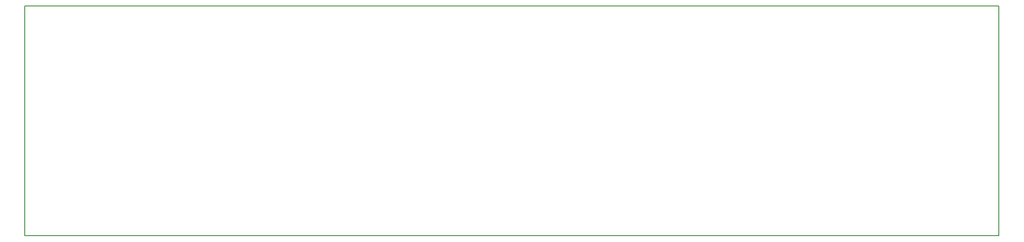
<source format=gbr>
%FSTAX42Y42*%
%MOMM*%
%SFA1B1*%

%IPPOS*%
%ADD37C,0.200000*%
%LNpcb_monitoring_bott_back-1*%
%LPD*%
G54D37*
X021499Y-000249D02*
Y003999D01*
X003499D02*
X021499D01*
X003499Y-000249D02*
Y003999D01*
Y-000249D02*
X021499D01*
M02*
</source>
